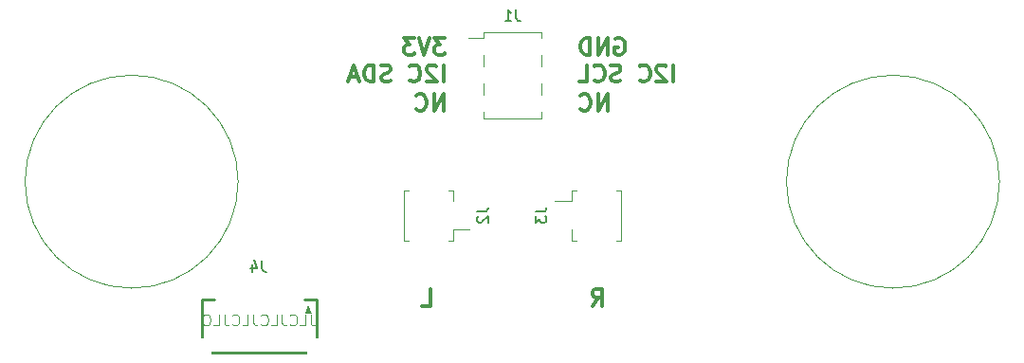
<source format=gbr>
%TF.GenerationSoftware,KiCad,Pcbnew,(5.1.5)-3*%
%TF.CreationDate,2020-06-01T09:44:54+02:00*%
%TF.ProjectId,speaker_grill,73706561-6b65-4725-9f67-72696c6c2e6b,rev?*%
%TF.SameCoordinates,PXbebc200PY5f5e100*%
%TF.FileFunction,Legend,Bot*%
%TF.FilePolarity,Positive*%
%FSLAX46Y46*%
G04 Gerber Fmt 4.6, Leading zero omitted, Abs format (unit mm)*
G04 Created by KiCad (PCBNEW (5.1.5)-3) date 2020-06-01 09:44:54*
%MOMM*%
%LPD*%
G04 APERTURE LIST*
%ADD10C,0.100000*%
%ADD11C,0.300000*%
%ADD12C,0.120000*%
%ADD13C,0.254000*%
%ADD14C,0.150000*%
%ADD15C,0.400000*%
%ADD16C,2.000000*%
%ADD17R,1.500000X1.900000*%
%ADD18R,0.700000X2.600000*%
%ADD19R,3.100000X1.100000*%
G04 APERTURE END LIST*
D10*
X-68005953Y12147620D02*
X-68005953Y11433334D01*
X-67958334Y11290477D01*
X-67863096Y11195239D01*
X-67720239Y11147620D01*
X-67625000Y11147620D01*
X-68958334Y11147620D02*
X-68482143Y11147620D01*
X-68482143Y12147620D01*
X-69863096Y11242858D02*
X-69815477Y11195239D01*
X-69672620Y11147620D01*
X-69577381Y11147620D01*
X-69434524Y11195239D01*
X-69339286Y11290477D01*
X-69291667Y11385715D01*
X-69244048Y11576191D01*
X-69244048Y11719048D01*
X-69291667Y11909524D01*
X-69339286Y12004762D01*
X-69434524Y12100000D01*
X-69577381Y12147620D01*
X-69672620Y12147620D01*
X-69815477Y12100000D01*
X-69863096Y12052381D01*
X-70577381Y12147620D02*
X-70577381Y11433334D01*
X-70529762Y11290477D01*
X-70434524Y11195239D01*
X-70291667Y11147620D01*
X-70196429Y11147620D01*
X-71529762Y11147620D02*
X-71053572Y11147620D01*
X-71053572Y12147620D01*
X-72434524Y11242858D02*
X-72386905Y11195239D01*
X-72244048Y11147620D01*
X-72148810Y11147620D01*
X-72005953Y11195239D01*
X-71910715Y11290477D01*
X-71863096Y11385715D01*
X-71815477Y11576191D01*
X-71815477Y11719048D01*
X-71863096Y11909524D01*
X-71910715Y12004762D01*
X-72005953Y12100000D01*
X-72148810Y12147620D01*
X-72244048Y12147620D01*
X-72386905Y12100000D01*
X-72434524Y12052381D01*
X-73148810Y12147620D02*
X-73148810Y11433334D01*
X-73101191Y11290477D01*
X-73005953Y11195239D01*
X-72863096Y11147620D01*
X-72767858Y11147620D01*
X-74101191Y11147620D02*
X-73625000Y11147620D01*
X-73625000Y12147620D01*
X-75005953Y11242858D02*
X-74958334Y11195239D01*
X-74815477Y11147620D01*
X-74720239Y11147620D01*
X-74577381Y11195239D01*
X-74482143Y11290477D01*
X-74434524Y11385715D01*
X-74386905Y11576191D01*
X-74386905Y11719048D01*
X-74434524Y11909524D01*
X-74482143Y12004762D01*
X-74577381Y12100000D01*
X-74720239Y12147620D01*
X-74815477Y12147620D01*
X-74958334Y12100000D01*
X-75005953Y12052381D01*
X-75720239Y12147620D02*
X-75720239Y11433334D01*
X-75672620Y11290477D01*
X-75577381Y11195239D01*
X-75434524Y11147620D01*
X-75339286Y11147620D01*
X-76672620Y11147620D02*
X-76196429Y11147620D01*
X-76196429Y12147620D01*
X-77577381Y11242858D02*
X-77529762Y11195239D01*
X-77386905Y11147620D01*
X-77291667Y11147620D01*
X-77148810Y11195239D01*
X-77053572Y11290477D01*
X-77005953Y11385715D01*
X-76958334Y11576191D01*
X-76958334Y11719048D01*
X-77005953Y11909524D01*
X-77053572Y12004762D01*
X-77148810Y12100000D01*
X-77291667Y12147620D01*
X-77386905Y12147620D01*
X-77529762Y12100000D01*
X-77577381Y12052381D01*
D11*
X-58064286Y12921429D02*
X-57350000Y12921429D01*
X-57350000Y14421429D01*
X-42864286Y12921429D02*
X-42364286Y13635715D01*
X-42007143Y12921429D02*
X-42007143Y14421429D01*
X-42578572Y14421429D01*
X-42721429Y14350000D01*
X-42792858Y14278572D01*
X-42864286Y14135715D01*
X-42864286Y13921429D01*
X-42792858Y13778572D01*
X-42721429Y13707143D01*
X-42578572Y13635715D01*
X-42007143Y13635715D01*
X-56152143Y30321429D02*
X-56152143Y31821429D01*
X-57009286Y30321429D01*
X-57009286Y31821429D01*
X-58580715Y30464286D02*
X-58509286Y30392858D01*
X-58295000Y30321429D01*
X-58152143Y30321429D01*
X-57937858Y30392858D01*
X-57795000Y30535715D01*
X-57723572Y30678572D01*
X-57652143Y30964286D01*
X-57652143Y31178572D01*
X-57723572Y31464286D01*
X-57795000Y31607143D01*
X-57937858Y31750000D01*
X-58152143Y31821429D01*
X-58295000Y31821429D01*
X-58509286Y31750000D01*
X-58580715Y31678572D01*
X-56152143Y32921429D02*
X-56152143Y34421429D01*
X-56795000Y34278572D02*
X-56866429Y34350000D01*
X-57009286Y34421429D01*
X-57366429Y34421429D01*
X-57509286Y34350000D01*
X-57580715Y34278572D01*
X-57652143Y34135715D01*
X-57652143Y33992858D01*
X-57580715Y33778572D01*
X-56723572Y32921429D01*
X-57652143Y32921429D01*
X-59152143Y33064286D02*
X-59080715Y32992858D01*
X-58866429Y32921429D01*
X-58723572Y32921429D01*
X-58509286Y32992858D01*
X-58366429Y33135715D01*
X-58295000Y33278572D01*
X-58223572Y33564286D01*
X-58223572Y33778572D01*
X-58295000Y34064286D01*
X-58366429Y34207143D01*
X-58509286Y34350000D01*
X-58723572Y34421429D01*
X-58866429Y34421429D01*
X-59080715Y34350000D01*
X-59152143Y34278572D01*
X-60866429Y32992858D02*
X-61080715Y32921429D01*
X-61437858Y32921429D01*
X-61580715Y32992858D01*
X-61652143Y33064286D01*
X-61723572Y33207143D01*
X-61723572Y33350000D01*
X-61652143Y33492858D01*
X-61580715Y33564286D01*
X-61437858Y33635715D01*
X-61152143Y33707143D01*
X-61009286Y33778572D01*
X-60937858Y33850000D01*
X-60866429Y33992858D01*
X-60866429Y34135715D01*
X-60937858Y34278572D01*
X-61009286Y34350000D01*
X-61152143Y34421429D01*
X-61509286Y34421429D01*
X-61723572Y34350000D01*
X-62366429Y32921429D02*
X-62366429Y34421429D01*
X-62723572Y34421429D01*
X-62937858Y34350000D01*
X-63080715Y34207143D01*
X-63152143Y34064286D01*
X-63223572Y33778572D01*
X-63223572Y33564286D01*
X-63152143Y33278572D01*
X-63080715Y33135715D01*
X-62937858Y32992858D01*
X-62723572Y32921429D01*
X-62366429Y32921429D01*
X-63795000Y33350000D02*
X-64509286Y33350000D01*
X-63652143Y32921429D02*
X-64152143Y34421429D01*
X-64652143Y32921429D01*
X-56009286Y36821429D02*
X-56937858Y36821429D01*
X-56437858Y36250000D01*
X-56652143Y36250000D01*
X-56795000Y36178572D01*
X-56866429Y36107143D01*
X-56937858Y35964286D01*
X-56937858Y35607143D01*
X-56866429Y35464286D01*
X-56795000Y35392858D01*
X-56652143Y35321429D01*
X-56223572Y35321429D01*
X-56080715Y35392858D01*
X-56009286Y35464286D01*
X-57366429Y36821429D02*
X-57866429Y35321429D01*
X-58366429Y36821429D01*
X-58723572Y36821429D02*
X-59652143Y36821429D01*
X-59152143Y36250000D01*
X-59366429Y36250000D01*
X-59509286Y36178572D01*
X-59580715Y36107143D01*
X-59652143Y35964286D01*
X-59652143Y35607143D01*
X-59580715Y35464286D01*
X-59509286Y35392858D01*
X-59366429Y35321429D01*
X-58937858Y35321429D01*
X-58795000Y35392858D01*
X-58723572Y35464286D01*
X-41490715Y30321429D02*
X-41490715Y31821429D01*
X-42347858Y30321429D01*
X-42347858Y31821429D01*
X-43919286Y30464286D02*
X-43847858Y30392858D01*
X-43633572Y30321429D01*
X-43490715Y30321429D01*
X-43276429Y30392858D01*
X-43133572Y30535715D01*
X-43062143Y30678572D01*
X-42990715Y30964286D01*
X-42990715Y31178572D01*
X-43062143Y31464286D01*
X-43133572Y31607143D01*
X-43276429Y31750000D01*
X-43490715Y31821429D01*
X-43633572Y31821429D01*
X-43847858Y31750000D01*
X-43919286Y31678572D01*
X-35633572Y32921429D02*
X-35633572Y34421429D01*
X-36276429Y34278572D02*
X-36347858Y34350000D01*
X-36490715Y34421429D01*
X-36847858Y34421429D01*
X-36990715Y34350000D01*
X-37062143Y34278572D01*
X-37133572Y34135715D01*
X-37133572Y33992858D01*
X-37062143Y33778572D01*
X-36205000Y32921429D01*
X-37133572Y32921429D01*
X-38633572Y33064286D02*
X-38562143Y32992858D01*
X-38347858Y32921429D01*
X-38205000Y32921429D01*
X-37990715Y32992858D01*
X-37847858Y33135715D01*
X-37776429Y33278572D01*
X-37705000Y33564286D01*
X-37705000Y33778572D01*
X-37776429Y34064286D01*
X-37847858Y34207143D01*
X-37990715Y34350000D01*
X-38205000Y34421429D01*
X-38347858Y34421429D01*
X-38562143Y34350000D01*
X-38633572Y34278572D01*
X-40347858Y32992858D02*
X-40562143Y32921429D01*
X-40919286Y32921429D01*
X-41062143Y32992858D01*
X-41133572Y33064286D01*
X-41205000Y33207143D01*
X-41205000Y33350000D01*
X-41133572Y33492858D01*
X-41062143Y33564286D01*
X-40919286Y33635715D01*
X-40633572Y33707143D01*
X-40490715Y33778572D01*
X-40419286Y33850000D01*
X-40347858Y33992858D01*
X-40347858Y34135715D01*
X-40419286Y34278572D01*
X-40490715Y34350000D01*
X-40633572Y34421429D01*
X-40990715Y34421429D01*
X-41205000Y34350000D01*
X-42705000Y33064286D02*
X-42633572Y32992858D01*
X-42419286Y32921429D01*
X-42276429Y32921429D01*
X-42062143Y32992858D01*
X-41919286Y33135715D01*
X-41847858Y33278572D01*
X-41776429Y33564286D01*
X-41776429Y33778572D01*
X-41847858Y34064286D01*
X-41919286Y34207143D01*
X-42062143Y34350000D01*
X-42276429Y34421429D01*
X-42419286Y34421429D01*
X-42633572Y34350000D01*
X-42705000Y34278572D01*
X-44062143Y32921429D02*
X-43347858Y32921429D01*
X-43347858Y34421429D01*
X-40776429Y36750000D02*
X-40633572Y36821429D01*
X-40419286Y36821429D01*
X-40205000Y36750000D01*
X-40062143Y36607143D01*
X-39990715Y36464286D01*
X-39919286Y36178572D01*
X-39919286Y35964286D01*
X-39990715Y35678572D01*
X-40062143Y35535715D01*
X-40205000Y35392858D01*
X-40419286Y35321429D01*
X-40562143Y35321429D01*
X-40776429Y35392858D01*
X-40847858Y35464286D01*
X-40847858Y35964286D01*
X-40562143Y35964286D01*
X-41490715Y35321429D02*
X-41490715Y36821429D01*
X-42347858Y35321429D01*
X-42347858Y36821429D01*
X-43062143Y35321429D02*
X-43062143Y36821429D01*
X-43419286Y36821429D01*
X-43633572Y36750000D01*
X-43776429Y36607143D01*
X-43847858Y36464286D01*
X-43919286Y36178572D01*
X-43919286Y35964286D01*
X-43847858Y35678572D01*
X-43776429Y35535715D01*
X-43633572Y35392858D01*
X-43419286Y35321429D01*
X-43062143Y35321429D01*
D12*
X-6499999Y24000000D02*
G75*
G03X-6499999Y24000000I-9513149J0D01*
G01*
X-74486851Y24000000D02*
G75*
G03X-74486851Y24000000I-9513149J0D01*
G01*
D13*
%TO.C,J4*%
X-67500000Y8700000D02*
X-67500000Y13500000D01*
X-77700000Y8700000D02*
X-77700000Y13500000D01*
X-67500000Y8700000D02*
X-77700000Y8700000D01*
X-67500000Y13500000D02*
X-68569000Y13500000D01*
X-76631000Y13500000D02*
X-77700000Y13500000D01*
D10*
G36*
X-67900000Y12200000D02*
G01*
X-68400000Y12200000D01*
X-68500000Y12200000D01*
X-68200000Y13000000D01*
X-67900000Y12200000D01*
G37*
D12*
%TO.C,J3*%
X-40290000Y18765000D02*
X-40740000Y18765000D01*
X-40290000Y23235000D02*
X-40290000Y18765000D01*
X-40740000Y23235000D02*
X-40290000Y23235000D01*
X-44710000Y18765000D02*
X-44710000Y19715000D01*
X-44260000Y18765000D02*
X-44710000Y18765000D01*
X-44710000Y22285000D02*
X-46200000Y22285000D01*
X-44710000Y23235000D02*
X-44710000Y22285000D01*
X-44260000Y23235000D02*
X-44710000Y23235000D01*
%TO.C,J2*%
X-59710000Y23235000D02*
X-59260000Y23235000D01*
X-59710000Y18765000D02*
X-59710000Y23235000D01*
X-59260000Y18765000D02*
X-59710000Y18765000D01*
X-55290000Y23235000D02*
X-55290000Y22285000D01*
X-55740000Y23235000D02*
X-55290000Y23235000D01*
X-55290000Y19715000D02*
X-53800000Y19715000D01*
X-55290000Y18765000D02*
X-55290000Y19715000D01*
X-55740000Y18765000D02*
X-55290000Y18765000D01*
%TO.C,J1*%
X-52600000Y36800000D02*
X-53960000Y36800000D01*
X-47400000Y30200000D02*
X-47400000Y29630000D01*
X-47400000Y32740000D02*
X-47400000Y31720000D01*
X-47400000Y35280000D02*
X-47400000Y34260000D01*
X-47400000Y37370000D02*
X-47400000Y36800000D01*
X-47400000Y29630000D02*
X-52600000Y29630000D01*
X-52600000Y30200000D02*
X-52600000Y29630000D01*
X-52600000Y32740000D02*
X-52600000Y31720000D01*
X-52600000Y35280000D02*
X-52600000Y34260000D01*
X-52600000Y37370000D02*
X-52600000Y36800000D01*
X-47400000Y37370000D02*
X-52600000Y37370000D01*
%TO.C,J4*%
D14*
X-72366667Y16947620D02*
X-72366667Y16233334D01*
X-72319048Y16090477D01*
X-72223810Y15995239D01*
X-72080953Y15947620D01*
X-71985715Y15947620D01*
X-73271429Y16614286D02*
X-73271429Y15947620D01*
X-73033334Y16995239D02*
X-72795239Y16280953D01*
X-73414286Y16280953D01*
%TO.C,J3*%
X-47947620Y21333334D02*
X-47233334Y21333334D01*
X-47090477Y21380953D01*
X-46995239Y21476191D01*
X-46947620Y21619048D01*
X-46947620Y21714286D01*
X-47947620Y20952381D02*
X-47947620Y20333334D01*
X-47566667Y20666667D01*
X-47566667Y20523810D01*
X-47519048Y20428572D01*
X-47471429Y20380953D01*
X-47376191Y20333334D01*
X-47138096Y20333334D01*
X-47042858Y20380953D01*
X-46995239Y20428572D01*
X-46947620Y20523810D01*
X-46947620Y20809524D01*
X-46995239Y20904762D01*
X-47042858Y20952381D01*
%TO.C,J2*%
X-53147620Y21333334D02*
X-52433334Y21333334D01*
X-52290477Y21380953D01*
X-52195239Y21476191D01*
X-52147620Y21619048D01*
X-52147620Y21714286D01*
X-53052381Y20904762D02*
X-53100000Y20857143D01*
X-53147620Y20761905D01*
X-53147620Y20523810D01*
X-53100000Y20428572D01*
X-53052381Y20380953D01*
X-52957143Y20333334D01*
X-52861905Y20333334D01*
X-52719048Y20380953D01*
X-52147620Y20952381D01*
X-52147620Y20333334D01*
%TO.C,J1*%
X-49666667Y39357620D02*
X-49666667Y38643334D01*
X-49619048Y38500477D01*
X-49523810Y38405239D01*
X-49380953Y38357620D01*
X-49285715Y38357620D01*
X-50666667Y38357620D02*
X-50095239Y38357620D01*
X-50380953Y38357620D02*
X-50380953Y39357620D01*
X-50285715Y39214762D01*
X-50190477Y39119524D01*
X-50095239Y39071905D01*
%TD*%
%LPC*%
D11*
X-35483141Y9061119D02*
X-36196447Y9023736D01*
X-36136332Y9241467D02*
X-37319350Y7248249D01*
X-37184165Y7398387D02*
X-38325456Y7338575D01*
X-39087664Y6869469D02*
X-39020072Y6944538D01*
X-38888625Y7166007D01*
X-38824771Y7312407D01*
X-38764655Y7530137D01*
X-38712016Y7890529D01*
X-38726969Y8175851D01*
X-38816991Y8528767D01*
X-38899537Y8739020D01*
X-38978344Y8877943D01*
X-39132220Y9084459D01*
X-39207289Y9152051D01*
X-40052042Y8893200D02*
X-40194704Y8885723D01*
X-40333627Y8806916D01*
X-40401219Y8731847D01*
X-40465073Y8585447D01*
X-40521451Y8296386D01*
X-40502760Y7939733D01*
X-40416476Y7658149D01*
X-40337669Y7519225D01*
X-40262600Y7451633D01*
X-40116200Y7387779D01*
X-39973539Y7395256D01*
X-39834615Y7474063D01*
X-39767023Y7549132D01*
X-39703169Y7695531D01*
X-39646791Y7984592D01*
X-39665483Y8341246D01*
X-39751767Y8622830D01*
X-39830574Y8761753D01*
X-39905643Y8829346D01*
X-40052042Y8893200D01*
X-41122306Y7478104D02*
X-41189898Y7403035D01*
X-41114829Y7335443D01*
X-41047237Y7410512D01*
X-41122306Y7478104D01*
X-41114829Y7335443D01*
X-42042128Y7286845D02*
X-41903205Y7365653D01*
X-41835613Y7440722D01*
X-41771759Y7587121D01*
X-41794188Y8015105D01*
X-41872996Y8154028D01*
X-41948065Y8221621D01*
X-42094464Y8285475D01*
X-42308456Y8274260D01*
X-42447379Y8195453D01*
X-42514972Y8120384D01*
X-42578826Y7973984D01*
X-42556396Y7546000D01*
X-42477589Y7407077D01*
X-42402520Y7339485D01*
X-42256120Y7275630D01*
X-42042128Y7286845D01*
X-43010852Y6663864D02*
X-43085921Y6731456D01*
X-43239797Y6937972D01*
X-43318604Y7076895D01*
X-43401150Y7287149D01*
X-43491172Y7640064D01*
X-43506125Y7925387D01*
X-43453485Y8285778D01*
X-43393370Y8503509D01*
X-43329516Y8649908D01*
X-43198069Y8871377D01*
X-43130477Y8946446D01*
X-43817919Y7050727D02*
X-44959210Y6990914D01*
X-46475542Y8628085D02*
X-45090656Y6769446D01*
X-46682058Y8474209D02*
X-47395364Y8436826D01*
X-2121394Y36531697D02*
X-2199898Y38029642D01*
X-2643139Y36933513D01*
X-3198528Y37977306D01*
X-3120024Y36479361D01*
X-4047323Y36430764D02*
X-3908400Y36509571D01*
X-3840807Y36584640D01*
X-3776953Y36731039D01*
X-3799383Y37159024D01*
X-3878190Y37297947D01*
X-3953259Y37365539D01*
X-4099659Y37429393D01*
X-4313651Y37418178D01*
X-4452574Y37339371D01*
X-4520166Y37264302D01*
X-4584020Y37117902D01*
X-4561591Y36689918D01*
X-4482783Y36550995D01*
X-4407714Y36483403D01*
X-4261315Y36419549D01*
X-4047323Y36430764D01*
X-5188614Y36370951D02*
X-5240950Y37369581D01*
X-5225996Y37084258D02*
X-5304804Y37223181D01*
X-5379873Y37290773D01*
X-5526272Y37354627D01*
X-5668934Y37347151D01*
X-6690296Y36363778D02*
X-6543897Y36299924D01*
X-6258574Y36314877D01*
X-6119651Y36393684D01*
X-6055797Y36540084D01*
X-6085703Y37110729D01*
X-6164510Y37249652D01*
X-6310910Y37313506D01*
X-6596233Y37298553D01*
X-6735156Y37219746D01*
X-6799010Y37073346D01*
X-6791533Y36930685D01*
X-6070750Y36825406D01*
X-8593492Y37193881D02*
X-8541156Y36195252D01*
X-8586015Y37051220D02*
X-8661084Y37118812D01*
X-8807484Y37182666D01*
X-9021476Y37171452D01*
X-9160399Y37092644D01*
X-9224253Y36946245D01*
X-9183132Y36161607D01*
X-10110431Y36113010D02*
X-9971508Y36191817D01*
X-9903915Y36266886D01*
X-9840061Y36413285D01*
X-9862491Y36841270D01*
X-9941298Y36980193D01*
X-10016367Y37047785D01*
X-10162767Y37111639D01*
X-10376759Y37100424D01*
X-10515682Y37021617D01*
X-10583274Y36946548D01*
X-10647128Y36800148D01*
X-10624699Y36372164D01*
X-10545891Y36233241D01*
X-10470822Y36165649D01*
X-10324423Y36101795D01*
X-10110431Y36113010D01*
X-11251722Y36053197D02*
X-11304057Y37051827D01*
X-11330225Y37551141D02*
X-11255157Y37483549D01*
X-11322749Y37408480D01*
X-11397818Y37476072D01*
X-11330225Y37551141D01*
X-11322749Y37408480D01*
X-11897436Y36090883D02*
X-12036359Y36012076D01*
X-12321682Y35997123D01*
X-12468081Y36060977D01*
X-12546889Y36199900D01*
X-12550627Y36271231D01*
X-12486773Y36417630D01*
X-12347850Y36496438D01*
X-12133858Y36507652D01*
X-11994935Y36586460D01*
X-11931080Y36732859D01*
X-11934819Y36804190D01*
X-12013626Y36943113D01*
X-12160026Y37006967D01*
X-12374018Y36995752D01*
X-12512941Y36916945D01*
X-13752034Y35993688D02*
X-13605634Y35929834D01*
X-13320311Y35944787D01*
X-13181388Y36023594D01*
X-13117534Y36169994D01*
X-13147440Y36740639D01*
X-13226248Y36879562D01*
X-13372647Y36943416D01*
X-13657970Y36928463D01*
X-13796893Y36849656D01*
X-13860747Y36703256D01*
X-13853271Y36560595D01*
X-13132487Y36455316D01*
X-15644014Y36609799D02*
X-16785305Y36549987D01*
X-16762875Y36122003D02*
X-15621584Y36181815D01*
X-17498612Y36512604D02*
X-18639903Y36452791D01*
X-18617473Y36024807D02*
X-17476182Y36084620D01*
X-20453379Y35570959D02*
X-20505715Y36569588D01*
X-20498239Y36426927D02*
X-20573308Y36494519D01*
X-20719707Y36558373D01*
X-20933699Y36547158D01*
X-21072623Y36468351D01*
X-21136477Y36321952D01*
X-21095356Y35537314D01*
X-21136477Y36321952D02*
X-21215284Y36460875D01*
X-21361684Y36524729D01*
X-21575676Y36513514D01*
X-21714599Y36434707D01*
X-21778453Y36288307D01*
X-21737332Y35503669D01*
X-22664631Y35455072D02*
X-22525707Y35533879D01*
X-22458115Y35608948D01*
X-22394261Y35755348D01*
X-22416691Y36183332D01*
X-22495498Y36322255D01*
X-22570567Y36389847D01*
X-22716966Y36453701D01*
X-22930959Y36442487D01*
X-23069882Y36363679D01*
X-23137474Y36288610D01*
X-23201328Y36142211D01*
X-23178898Y35714227D01*
X-23100091Y35575303D01*
X-23025022Y35507711D01*
X-22878623Y35443857D01*
X-22664631Y35455072D01*
X-23805921Y35395259D02*
X-23858257Y36393889D01*
X-23843304Y36108566D02*
X-23922111Y36247489D01*
X-23997180Y36315082D01*
X-24143580Y36378936D01*
X-24286241Y36371459D01*
X-25307604Y35388086D02*
X-25161204Y35324232D01*
X-24875882Y35339185D01*
X-24736959Y35417992D01*
X-24673104Y35564392D01*
X-24703011Y36135037D01*
X-24781818Y36273960D01*
X-24928218Y36337815D01*
X-25213540Y36322861D01*
X-25352463Y36244054D01*
X-25416317Y36097655D01*
X-25408841Y35954993D01*
X-24688058Y35849715D01*
X-27158463Y35219560D02*
X-27236967Y36717504D01*
X-27207061Y36146859D02*
X-27353461Y36210713D01*
X-27638783Y36195760D01*
X-27777707Y36116953D01*
X-27845299Y36041884D01*
X-27909153Y35895484D01*
X-27886723Y35467500D01*
X-27807916Y35328577D01*
X-27732847Y35260984D01*
X-27586448Y35197130D01*
X-27301125Y35212083D01*
X-27162202Y35290891D01*
X-29088130Y35189957D02*
X-28941730Y35126103D01*
X-28656408Y35141056D01*
X-28517485Y35219863D01*
X-28453631Y35366263D01*
X-28483537Y35936908D01*
X-28562344Y36075832D01*
X-28708744Y36139686D01*
X-28994066Y36124732D01*
X-29132989Y36045925D01*
X-29196844Y35899526D01*
X-29189367Y35756864D01*
X-28468584Y35651586D01*
X-29636043Y36091088D02*
X-30206688Y36061182D01*
X-29876203Y36579188D02*
X-29808913Y35295236D01*
X-29872768Y35148836D01*
X-30011691Y35070029D01*
X-30154352Y35062552D01*
X-30492011Y36046229D02*
X-31062656Y36016322D01*
X-30732171Y36534328D02*
X-30664882Y35250376D01*
X-30728736Y35103977D01*
X-30867659Y35025169D01*
X-31010320Y35017693D01*
X-32084019Y35032949D02*
X-31937619Y34969095D01*
X-31652296Y34984048D01*
X-31513373Y35062855D01*
X-31449519Y35209255D01*
X-31479425Y35779901D01*
X-31558233Y35918824D01*
X-31704632Y35982678D01*
X-31989955Y35967725D01*
X-32128878Y35888917D01*
X-32192732Y35742518D01*
X-32185256Y35599856D01*
X-31464472Y35494578D01*
X-32793587Y34924236D02*
X-32845923Y35922865D01*
X-32830970Y35637543D02*
X-32909777Y35776466D01*
X-32984846Y35844058D01*
X-33131246Y35907912D01*
X-33273907Y35900436D01*
X-53994143Y3966764D02*
X-53889508Y5463110D01*
X-54849197Y4026555D01*
X-54744563Y5522901D01*
X-55775507Y4091329D02*
X-55628015Y4152618D01*
X-55551778Y4218890D01*
X-55470558Y4356417D01*
X-55440663Y4783944D01*
X-55501952Y4931436D01*
X-55568224Y5007673D01*
X-55705750Y5088893D01*
X-55919514Y5103841D01*
X-56067006Y5042551D01*
X-56143243Y4976280D01*
X-56224463Y4838753D01*
X-56254358Y4411226D01*
X-56193069Y4263734D01*
X-56126797Y4187497D01*
X-55989271Y4106277D01*
X-55775507Y4091329D01*
X-57979416Y4317044D02*
X-58198162Y4260738D01*
X-58554435Y4285651D01*
X-58691962Y4366870D01*
X-58758234Y4443108D01*
X-58819523Y4590599D01*
X-58809558Y4733108D01*
X-58728338Y4870635D01*
X-58652101Y4936907D01*
X-58504609Y4998196D01*
X-58214608Y5049520D01*
X-58067117Y5110810D01*
X-57990879Y5177082D01*
X-57909660Y5314608D01*
X-57899694Y5457118D01*
X-57960984Y5604609D01*
X-58027256Y5680846D01*
X-58164782Y5762066D01*
X-58521055Y5786979D01*
X-58739802Y5730672D01*
X-59162346Y5831823D02*
X-60017401Y5891614D01*
X-59694509Y4365372D02*
X-59589874Y5861718D01*
X-60620818Y4430146D02*
X-60516183Y5926492D01*
X-61089704Y4892552D01*
X-61513747Y5996249D01*
X-61618382Y4499903D01*
X-62083784Y6036110D02*
X-63010093Y6100883D01*
X-62551172Y5495969D01*
X-62764936Y5510916D01*
X-62912428Y5449627D01*
X-62988665Y5383355D01*
X-63069885Y5245828D01*
X-63094798Y4889556D01*
X-63033508Y4742064D01*
X-62967236Y4665827D01*
X-62829710Y4584607D01*
X-62402182Y4554711D01*
X-62254691Y4616001D01*
X-62178453Y4682273D01*
X-63590095Y5998235D02*
X-63656367Y6074472D01*
X-63793894Y6155692D01*
X-64150167Y6180605D01*
X-64297658Y6119316D01*
X-64373896Y6053044D01*
X-64455115Y5915517D01*
X-64465081Y5773008D01*
X-64408774Y5554262D01*
X-63613510Y4639416D01*
X-64539820Y4704189D01*
X-65104874Y4815305D02*
X-65252365Y4754015D01*
X-65537384Y4773946D01*
X-65674910Y4855166D01*
X-65736200Y5002657D01*
X-65731217Y5073912D01*
X-65649997Y5211439D01*
X-65502505Y5272728D01*
X-65288742Y5257780D01*
X-65141250Y5319069D01*
X-65060030Y5456596D01*
X-65055048Y5527851D01*
X-65116337Y5675342D01*
X-65253863Y5756562D01*
X-65467627Y5771510D01*
X-65615119Y5710221D01*
X-67320246Y5901058D02*
X-67675021Y4923424D01*
X-67910213Y5655900D01*
X-68245058Y4963285D01*
X-68460319Y5980779D01*
X-69665166Y5134192D02*
X-69527640Y5052972D01*
X-69242622Y5033041D01*
X-69095130Y5094331D01*
X-69013910Y5231857D01*
X-68974049Y5801894D01*
X-69035339Y5949386D01*
X-69172865Y6030605D01*
X-69457883Y6050536D01*
X-69605375Y5989246D01*
X-69686595Y5851720D01*
X-69696560Y5709211D01*
X-68993980Y5516876D01*
X-70382695Y5112763D02*
X-70312938Y6110327D01*
X-70332869Y5825309D02*
X-70394158Y5972801D01*
X-70460430Y6049038D01*
X-70597957Y6130258D01*
X-70740466Y6140223D01*
X-71874058Y5288652D02*
X-71736532Y5207433D01*
X-71451513Y5187502D01*
X-71304022Y5248791D01*
X-71222802Y5386318D01*
X-71182941Y5956355D01*
X-71244230Y6103846D01*
X-71381757Y6185066D01*
X-71666775Y6204997D01*
X-71814267Y6143707D01*
X-71895487Y6006181D01*
X-71905452Y5863672D01*
X-71202871Y5671336D01*
X-73731660Y5346945D02*
X-73627025Y6843292D01*
X-74372951Y5391789D02*
X-74318142Y6175589D01*
X-74236923Y6313116D01*
X-74089431Y6374405D01*
X-73875667Y6359457D01*
X-73738140Y6278238D01*
X-73671869Y6202000D01*
X-75726788Y5486458D02*
X-75671979Y6270259D01*
X-75590759Y6407785D01*
X-75443268Y6469075D01*
X-75158249Y6449144D01*
X-75020723Y6367924D01*
X-75721805Y5557713D02*
X-75584279Y5476493D01*
X-75228006Y5451580D01*
X-75080514Y5512870D01*
X-74999294Y5650396D01*
X-74989329Y5792905D01*
X-75050618Y5940397D01*
X-75188145Y6021617D01*
X-75544418Y6046530D01*
X-75681944Y6127750D01*
X-76439334Y5536284D02*
X-76369577Y6533849D01*
X-76389508Y6248830D02*
X-76450797Y6396322D01*
X-76517069Y6472559D01*
X-76654595Y6553779D01*
X-76797105Y6563744D01*
X-77365643Y5601058D02*
X-77295887Y6598622D01*
X-77305852Y6456113D02*
X-77372124Y6532350D01*
X-77509650Y6613570D01*
X-77723414Y6628518D01*
X-77870906Y6567229D01*
X-77952126Y6429702D01*
X-78006934Y5645902D01*
X-77952126Y6429702D02*
X-78013415Y6577194D01*
X-78150942Y6658414D01*
X-78364705Y6673361D01*
X-78512197Y6612072D01*
X-78593417Y6474546D01*
X-78648225Y5690745D01*
X-79925825Y5851687D02*
X-79788299Y5770467D01*
X-79503280Y5750537D01*
X-79355789Y5811826D01*
X-79274569Y5949352D01*
X-79234708Y6519389D01*
X-79295997Y6666881D01*
X-79433524Y6748101D01*
X-79718542Y6768031D01*
X-79866034Y6706742D01*
X-79947254Y6569215D01*
X-79957219Y6426706D01*
X-79254638Y6234371D01*
X-81284645Y5875102D02*
X-81180010Y7371448D01*
X-81279662Y5946356D02*
X-81142136Y5865136D01*
X-80857117Y5845206D01*
X-80709626Y5906495D01*
X-80633388Y5972767D01*
X-80552169Y6110294D01*
X-80522273Y6537821D01*
X-80583562Y6685313D01*
X-80649834Y6761550D01*
X-80787361Y6842770D01*
X-81072379Y6862700D01*
X-81219871Y6801411D01*
X-83137264Y6004649D02*
X-83067507Y7002213D01*
X-83032629Y7500995D02*
X-82966357Y7424758D01*
X-83042594Y7358486D01*
X-83108866Y7434723D01*
X-83032629Y7500995D01*
X-83042594Y7358486D01*
X-83780053Y7052039D02*
X-83849809Y6054475D01*
X-83790018Y6909530D02*
X-83856290Y6985768D01*
X-83993817Y7066987D01*
X-84207580Y7081935D01*
X-84355072Y7020646D01*
X-84436292Y6883119D01*
X-84491101Y6099319D01*
X-86060199Y7211483D02*
X-86630236Y7251344D01*
X-86239085Y7725213D02*
X-86328772Y6442630D01*
X-86409992Y6305104D01*
X-86557483Y6243814D01*
X-86699992Y6253780D01*
X-87198774Y6288658D02*
X-87094140Y7785004D01*
X-87840066Y6333501D02*
X-87785257Y7117302D01*
X-87704037Y7254828D01*
X-87556545Y7316118D01*
X-87342782Y7301170D01*
X-87205255Y7219950D01*
X-87138983Y7143713D01*
X-89117665Y6494443D02*
X-88980139Y6413223D01*
X-88695121Y6393293D01*
X-88547629Y6454582D01*
X-88466409Y6592109D01*
X-88426548Y7162145D01*
X-88487838Y7309637D01*
X-88625364Y7390857D01*
X-88910382Y7410787D01*
X-89057874Y7349498D01*
X-89139094Y7211971D01*
X-89149059Y7069462D01*
X-88446479Y6877127D01*
X-57843130Y2682127D02*
X-57947765Y1185781D01*
X-57848113Y2610872D02*
X-57985639Y2692092D01*
X-58270658Y2712022D01*
X-58418149Y2650733D01*
X-58494387Y2584461D01*
X-58575606Y2446934D01*
X-58605502Y2019407D01*
X-58544213Y1871915D01*
X-58477941Y1795678D01*
X-58340414Y1714458D01*
X-58055396Y1694528D01*
X-57907904Y1755817D01*
X-59266724Y1779232D02*
X-59196967Y2776796D01*
X-59216898Y2491778D02*
X-59278187Y2639270D01*
X-59344459Y2715507D01*
X-59481985Y2796727D01*
X-59624495Y2806692D01*
X-60406797Y1858954D02*
X-60259305Y1920243D01*
X-60183068Y1986515D01*
X-60101848Y2124042D01*
X-60071952Y2551569D01*
X-60133242Y2699061D01*
X-60199514Y2775298D01*
X-60337040Y2856518D01*
X-60550804Y2871466D01*
X-60698296Y2810176D01*
X-60774533Y2743904D01*
X-60855753Y2606378D01*
X-60885648Y2178850D01*
X-60824359Y2031359D01*
X-60758087Y1955121D01*
X-60620561Y1873902D01*
X-60406797Y1858954D01*
X-62188161Y1983519D02*
X-62083526Y3479865D01*
X-62183179Y2054774D02*
X-62045652Y1973554D01*
X-61760634Y1953623D01*
X-61613142Y2014913D01*
X-61536905Y2081185D01*
X-61455685Y2218711D01*
X-61425789Y2646239D01*
X-61487079Y2793730D01*
X-61553351Y2869968D01*
X-61690877Y2951187D01*
X-61975896Y2971118D01*
X-62123387Y2909828D01*
X-63472242Y3075752D02*
X-63541998Y2078188D01*
X-62830950Y3030909D02*
X-62885759Y2247109D01*
X-62966979Y2109582D01*
X-63114471Y2048293D01*
X-63328234Y2063241D01*
X-63465761Y2144460D01*
X-63532033Y2220698D01*
X-64890852Y2244113D02*
X-64753326Y2162893D01*
X-64468308Y2142962D01*
X-64320816Y2204252D01*
X-64244579Y2270524D01*
X-64163359Y2408050D01*
X-64133463Y2835578D01*
X-64194753Y2983069D01*
X-64261025Y3059307D01*
X-64398551Y3140526D01*
X-64683569Y3160457D01*
X-64831061Y3099167D01*
X-65253606Y3200318D02*
X-65823643Y3240178D01*
X-65432492Y3714047D02*
X-65522178Y2431465D01*
X-65603398Y2293939D01*
X-65750890Y2232649D01*
X-65893399Y2242614D01*
X-66392181Y2277493D02*
X-66322425Y3275057D01*
X-66287546Y3773839D02*
X-66221274Y3697602D01*
X-66297512Y3631330D01*
X-66363784Y3707567D01*
X-66287546Y3773839D01*
X-66297512Y3631330D01*
X-67318491Y2342267D02*
X-67170999Y2403556D01*
X-67094762Y2469828D01*
X-67013542Y2607354D01*
X-66983646Y3034882D01*
X-67044936Y3182374D01*
X-67111208Y3258611D01*
X-67248734Y3339831D01*
X-67462498Y3354778D01*
X-67609990Y3293489D01*
X-67686227Y3227217D01*
X-67767447Y3089690D01*
X-67797342Y2662163D01*
X-67736053Y2514671D01*
X-67669781Y2438434D01*
X-67532254Y2357214D01*
X-67318491Y2342267D01*
X-68388807Y3419552D02*
X-68458564Y2421988D01*
X-68398773Y3277043D02*
X-68465045Y3353280D01*
X-68602571Y3434500D01*
X-68816335Y3449448D01*
X-68963827Y3388159D01*
X-69045046Y3250632D01*
X-69099855Y2466832D01*
X-71166238Y2611327D02*
X-71018746Y2672617D01*
X-70942509Y2738889D01*
X-70861289Y2876415D01*
X-70831393Y3303943D01*
X-70892683Y3451434D01*
X-70958955Y3527671D01*
X-71096481Y3608891D01*
X-71310245Y3623839D01*
X-71457737Y3562550D01*
X-71533974Y3496278D01*
X-71615194Y3358751D01*
X-71645089Y2931224D01*
X-71583800Y2783732D01*
X-71517528Y2707495D01*
X-71380001Y2626275D01*
X-71166238Y2611327D01*
X-72022791Y3673665D02*
X-72592827Y3713526D01*
X-72306311Y2691049D02*
X-72216624Y3973631D01*
X-72277913Y4121123D01*
X-72415440Y4202343D01*
X-72557949Y4212308D01*
X-74017919Y3813178D02*
X-74587955Y3853039D01*
X-74196804Y4326908D02*
X-74286491Y3044326D01*
X-74367711Y2906799D01*
X-74515203Y2845510D01*
X-74657712Y2855475D01*
X-75156494Y2890353D02*
X-75051859Y4386699D01*
X-75797785Y2935197D02*
X-75742976Y3718997D01*
X-75661757Y3856523D01*
X-75514265Y3917813D01*
X-75300501Y3902865D01*
X-75162975Y3821645D01*
X-75096703Y3745408D01*
X-76510331Y2985023D02*
X-76440574Y3982587D01*
X-76405696Y4481369D02*
X-76339424Y4405131D01*
X-76415661Y4338860D01*
X-76481933Y4415097D01*
X-76405696Y4481369D01*
X-76415661Y4338860D01*
X-77146639Y3101121D02*
X-77294131Y3039831D01*
X-77579149Y3059762D01*
X-77716676Y3140981D01*
X-77777965Y3288473D01*
X-77772983Y3359728D01*
X-77691763Y3497254D01*
X-77544271Y3558544D01*
X-77330507Y3543596D01*
X-77183016Y3604885D01*
X-77101796Y3742412D01*
X-77096813Y3813666D01*
X-77158103Y3961158D01*
X-77295629Y4042378D01*
X-77509393Y4057326D01*
X-77656885Y3996036D01*
X-79574278Y3199275D02*
X-79469643Y4695621D01*
X-79509504Y4125584D02*
X-79647030Y4206804D01*
X-79932048Y4226734D01*
X-80079540Y4165445D01*
X-80155777Y4099173D01*
X-80236997Y3961646D01*
X-80266893Y3534119D01*
X-80205603Y3386627D01*
X-80139331Y3310390D01*
X-80001805Y3229170D01*
X-79716787Y3209240D01*
X-79569295Y3270529D01*
X-81569406Y3338788D02*
X-81514597Y4122588D01*
X-81433377Y4260114D01*
X-81285885Y4321404D01*
X-81000867Y4301473D01*
X-80863341Y4220254D01*
X-81564423Y3410042D02*
X-81426896Y3328822D01*
X-81070624Y3303909D01*
X-80923132Y3365199D01*
X-80841912Y3502725D01*
X-80831947Y3645234D01*
X-80893236Y3792726D01*
X-81030763Y3873946D01*
X-81387036Y3898859D01*
X-81524562Y3980079D01*
X-82923243Y3433457D02*
X-82818608Y4929803D01*
X-82918260Y3504712D02*
X-82780733Y3423492D01*
X-82495715Y3403561D01*
X-82348223Y3464851D01*
X-82271986Y3531123D01*
X-82190766Y3668649D01*
X-82160871Y4096177D01*
X-82222160Y4243669D01*
X-82288432Y4319906D01*
X-82425959Y4401125D01*
X-82710977Y4421056D01*
X-82858469Y4359767D01*
X-84207323Y4525691D02*
X-84292027Y3314363D01*
X-84230738Y3166871D01*
X-84164466Y3090634D01*
X-84026939Y3009414D01*
X-83813176Y2994466D01*
X-83665684Y3055756D01*
X-84272097Y3599381D02*
X-84134570Y3518161D01*
X-83849552Y3498231D01*
X-83702060Y3559520D01*
X-83625823Y3625792D01*
X-83544603Y3763319D01*
X-83514708Y4190846D01*
X-83575997Y4338338D01*
X-83642269Y4414575D01*
X-83779796Y4495795D01*
X-84064814Y4515725D01*
X-84212306Y4454436D01*
X-85554679Y3689068D02*
X-85417153Y3607848D01*
X-85132134Y3587918D01*
X-84984643Y3649207D01*
X-84903423Y3786734D01*
X-84863562Y4356770D01*
X-84924851Y4504262D01*
X-85062378Y4585482D01*
X-85347396Y4605412D01*
X-85494888Y4544123D01*
X-85576108Y4406596D01*
X-85586073Y4264087D01*
X-84883492Y4071752D01*
X-71087982Y37745860D02*
X-70652138Y38501006D01*
X-70234101Y37820565D02*
X-70364834Y39314857D01*
X-70934088Y39265054D01*
X-71070176Y39181446D01*
X-71135108Y39104064D01*
X-71193814Y38955525D01*
X-71175137Y38742055D01*
X-71091530Y38605967D01*
X-71014148Y38541035D01*
X-70865609Y38482329D01*
X-70296355Y38532133D01*
X-72455959Y38629997D02*
X-72368803Y37633803D01*
X-71815548Y38686026D02*
X-71747069Y37903302D01*
X-71805775Y37754763D01*
X-71941863Y37671155D01*
X-72155333Y37652479D01*
X-72303872Y37711185D01*
X-72381254Y37776116D01*
X-73167527Y38567743D02*
X-73080371Y37571549D01*
X-73155076Y38425430D02*
X-73232458Y38490361D01*
X-73380997Y38549067D01*
X-73594467Y38530391D01*
X-73730556Y38446783D01*
X-73789262Y38298244D01*
X-73720782Y37515520D01*
X-74367418Y37530648D02*
X-74503506Y37447040D01*
X-74788133Y37422139D01*
X-74936672Y37480845D01*
X-75020280Y37616933D01*
X-75026505Y37688090D01*
X-74967799Y37836629D01*
X-74831711Y37920236D01*
X-74618241Y37938912D01*
X-74482153Y38022520D01*
X-74423447Y38171059D01*
X-74429672Y38242216D01*
X-74513280Y38378304D01*
X-74661819Y38437010D01*
X-74875289Y38418333D01*
X-75011377Y38334726D01*
X-77420934Y37191799D02*
X-77489413Y37974523D01*
X-77430707Y38123062D01*
X-77294619Y38206670D01*
X-77009992Y38231571D01*
X-76861453Y38172865D01*
X-77427159Y37262955D02*
X-77278620Y37204249D01*
X-76922836Y37235376D01*
X-76786748Y37318984D01*
X-76728042Y37467523D01*
X-76740493Y37609837D01*
X-76824101Y37745925D01*
X-76972640Y37804631D01*
X-77328423Y37773504D01*
X-77476962Y37832209D01*
X-78219657Y38125739D02*
X-78132501Y37129545D01*
X-78207206Y37983426D02*
X-78284588Y38048357D01*
X-78433127Y38107063D01*
X-78646598Y38088387D01*
X-78782686Y38004779D01*
X-78841392Y37856240D01*
X-78772912Y37073516D01*
X-80124891Y36955233D02*
X-80255624Y38449525D01*
X-80131116Y37026390D02*
X-79982577Y36967684D01*
X-79697950Y36992585D01*
X-79561862Y37076193D01*
X-79496931Y37153575D01*
X-79438225Y37302114D01*
X-79475577Y37729055D01*
X-79559185Y37865143D01*
X-79636567Y37930074D01*
X-79785106Y37988780D01*
X-80069733Y37963879D01*
X-80205821Y37880271D01*
X-82621603Y36808500D02*
X-82473064Y36749794D01*
X-82188437Y36774696D01*
X-82052349Y36858304D01*
X-81987417Y36935686D01*
X-81928712Y37084225D01*
X-81966064Y37511165D01*
X-82049672Y37647254D01*
X-82127054Y37712185D01*
X-82275593Y37770891D01*
X-82560220Y37745989D01*
X-82696308Y37662382D01*
X-83469259Y36662639D02*
X-83333171Y36746246D01*
X-83268239Y36823629D01*
X-83209533Y36972167D01*
X-83246886Y37399108D01*
X-83330493Y37535196D01*
X-83407876Y37600128D01*
X-83556414Y37658833D01*
X-83769885Y37640157D01*
X-83905973Y37556550D01*
X-83970904Y37479167D01*
X-84029610Y37330629D01*
X-83992258Y36903688D01*
X-83908650Y36767600D01*
X-83831268Y36702668D01*
X-83682729Y36643963D01*
X-83469259Y36662639D01*
X-84694923Y37559227D02*
X-84607767Y36563032D01*
X-84682472Y37416913D02*
X-84759854Y37481845D01*
X-84908393Y37540551D01*
X-85121863Y37521874D01*
X-85257951Y37438267D01*
X-85316657Y37289728D01*
X-85248178Y36507003D01*
X-85833431Y37459620D02*
X-86402685Y37409817D01*
X-86090479Y37939041D02*
X-85978422Y36658220D01*
X-86037128Y36509681D01*
X-86173216Y36426073D01*
X-86315529Y36413622D01*
X-86813627Y36370044D02*
X-86900782Y37366239D01*
X-86875881Y37081612D02*
X-86959488Y37217700D01*
X-87036870Y37282632D01*
X-87185409Y37341338D01*
X-87327723Y37328887D01*
X-87738665Y36289114D02*
X-87825820Y37285309D01*
X-87869398Y37783406D02*
X-87792016Y37718475D01*
X-87856947Y37641093D01*
X-87934330Y37706024D01*
X-87869398Y37783406D01*
X-87856947Y37641093D01*
X-88450232Y36226860D02*
X-88580966Y37721152D01*
X-88531163Y37151898D02*
X-88679701Y37210604D01*
X-88964329Y37185702D01*
X-89100417Y37102095D01*
X-89165348Y37024713D01*
X-89224054Y36876174D01*
X-89186701Y36449233D01*
X-89103094Y36313145D01*
X-89025712Y36248214D01*
X-88877173Y36189508D01*
X-88592546Y36214409D01*
X-88456458Y36298017D01*
X-90529777Y37048743D02*
X-90442622Y36052549D01*
X-89889366Y37104772D02*
X-89820887Y36322048D01*
X-89879593Y36173509D01*
X-90015681Y36089901D01*
X-90229151Y36071225D01*
X-90377690Y36129931D01*
X-90455072Y36194862D01*
X-91027875Y37005165D02*
X-91597129Y36955362D01*
X-91284923Y37484586D02*
X-91172865Y36203765D01*
X-91231571Y36055226D01*
X-91367660Y35971618D01*
X-91509973Y35959167D01*
X-92583550Y35936943D02*
X-92435011Y35878237D01*
X-92150384Y35903139D01*
X-92014296Y35986746D01*
X-91955590Y36135285D01*
X-92005393Y36704539D01*
X-92089001Y36840627D01*
X-92237540Y36899333D01*
X-92522167Y36874432D01*
X-92658255Y36790824D01*
X-92716961Y36642285D01*
X-92704510Y36499972D01*
X-91980492Y36419912D01*
X-93223961Y35880914D02*
X-93360049Y35797307D01*
X-93644676Y35772405D01*
X-93793215Y35831111D01*
X-93876822Y35967199D01*
X-93883048Y36038356D01*
X-93824342Y36186895D01*
X-93688254Y36270502D01*
X-93474784Y36289179D01*
X-93338695Y36372786D01*
X-93279989Y36521325D01*
X-93286215Y36592482D01*
X-93369822Y36728570D01*
X-93518361Y36787276D01*
X-93731832Y36768600D01*
X-93867920Y36684992D01*
X-95510751Y36612965D02*
X-96080005Y36563161D01*
X-95767799Y37092386D02*
X-95655742Y35811564D01*
X-95714448Y35663025D01*
X-95850536Y35579417D01*
X-95992849Y35566967D01*
X-96704417Y35504712D02*
X-96568329Y35588320D01*
X-96503397Y35665702D01*
X-96444691Y35814241D01*
X-96482044Y36241182D01*
X-96565651Y36377270D01*
X-96643034Y36442201D01*
X-96791573Y36500907D01*
X-97005043Y36482231D01*
X-97141131Y36398623D01*
X-97206062Y36321241D01*
X-97264768Y36172702D01*
X-97227416Y35745762D01*
X-97143808Y35609674D01*
X-97066426Y35544742D01*
X-96917887Y35486036D01*
X-96704417Y35504712D01*
X-72573497Y35056154D02*
X-72704231Y36550446D01*
X-72654427Y35981192D02*
X-72802966Y36039898D01*
X-73087593Y36014997D01*
X-73223682Y35931389D01*
X-73288613Y35854007D01*
X-73347319Y35705468D01*
X-73309966Y35278527D01*
X-73226359Y35142439D01*
X-73148977Y35077508D01*
X-73000438Y35018802D01*
X-72715811Y35043703D01*
X-72579722Y35127311D01*
X-74565886Y34881843D02*
X-74634366Y35664567D01*
X-74575660Y35813106D01*
X-74439572Y35896714D01*
X-74154945Y35921615D01*
X-74006406Y35862909D01*
X-74572112Y34953000D02*
X-74423573Y34894294D01*
X-74067789Y34925421D01*
X-73931701Y35009028D01*
X-73872995Y35157567D01*
X-73885446Y35299881D01*
X-73969053Y35435969D01*
X-74117592Y35494675D01*
X-74473376Y35463548D01*
X-74621915Y35522254D01*
X-75917865Y34763560D02*
X-76048599Y36257852D01*
X-75924090Y34834717D02*
X-75775551Y34776011D01*
X-75490924Y34800912D01*
X-75354836Y34884520D01*
X-75289905Y34961902D01*
X-75231199Y35110441D01*
X-75268551Y35537382D01*
X-75352159Y35673470D01*
X-75429541Y35738401D01*
X-75578080Y35797107D01*
X-75862707Y35772206D01*
X-75998795Y35688598D01*
X-77356999Y35641472D02*
X-77251167Y34431807D01*
X-77167560Y34295719D01*
X-77090178Y34230787D01*
X-76941639Y34172082D01*
X-76728168Y34190758D01*
X-76592080Y34274365D01*
X-77276069Y34716434D02*
X-77127530Y34657728D01*
X-76842903Y34682630D01*
X-76706815Y34766237D01*
X-76641883Y34843619D01*
X-76583178Y34992158D01*
X-76620530Y35419099D01*
X-76704138Y35555187D01*
X-76781520Y35620118D01*
X-76930059Y35678824D01*
X-77214686Y35653923D01*
X-77350774Y35570315D01*
X-78556891Y34604377D02*
X-78408352Y34545671D01*
X-78123725Y34570572D01*
X-77987637Y34654180D01*
X-77928931Y34802719D01*
X-77978734Y35371973D01*
X-78062341Y35508061D01*
X-78210880Y35566767D01*
X-78495507Y35541865D01*
X-78631596Y35458258D01*
X-78690302Y35309719D01*
X-78677851Y35167405D01*
X-77953832Y35087346D01*
X-79274684Y34613279D02*
X-79339615Y34535897D01*
X-79262233Y34470966D01*
X-79197302Y34548348D01*
X-79274684Y34613279D01*
X-79262233Y34470966D01*
X-79847486Y35423583D02*
X-80416740Y35373779D01*
X-80104534Y35903004D02*
X-79992477Y34622182D01*
X-80051183Y34473643D01*
X-80187271Y34390035D01*
X-80329584Y34377585D01*
X-81403161Y34355360D02*
X-81254622Y34296654D01*
X-80969995Y34321556D01*
X-80833907Y34405163D01*
X-80775201Y34553702D01*
X-80825004Y35122957D01*
X-80908612Y35259045D01*
X-81057151Y35317751D01*
X-81341778Y35292849D01*
X-81477866Y35209241D01*
X-81536572Y35060702D01*
X-81524121Y34918389D01*
X-80800103Y34838329D01*
X-82748914Y34165921D02*
X-82817394Y34948645D01*
X-82758688Y35097184D01*
X-82622600Y35180792D01*
X-82337973Y35205693D01*
X-82189434Y35146987D01*
X-82755140Y34237077D02*
X-82606601Y34178371D01*
X-82250817Y34209498D01*
X-82114729Y34293106D01*
X-82056023Y34441645D01*
X-82068474Y34583959D01*
X-82152081Y34720047D01*
X-82300620Y34778753D01*
X-82656404Y34747626D01*
X-82804943Y34806332D01*
X-83460482Y34103667D02*
X-83547638Y35099861D01*
X-83535187Y34957548D02*
X-83612569Y35022479D01*
X-83761108Y35081185D01*
X-83974578Y35062509D01*
X-84110666Y34978901D01*
X-84169372Y34830362D01*
X-84100893Y34047638D01*
X-84169372Y34830362D02*
X-84252980Y34966450D01*
X-84401519Y35025156D01*
X-84614989Y35006480D01*
X-84751077Y34922872D01*
X-84809783Y34774334D01*
X-84741304Y33991609D01*
X-86465065Y34844619D02*
X-87034319Y34794816D01*
X-86591380Y33829748D02*
X-86703437Y35110570D01*
X-86787045Y35246658D01*
X-86935584Y35305364D01*
X-87077897Y35292913D01*
X-87445261Y33755044D02*
X-87532417Y34751238D01*
X-87575994Y35249336D02*
X-87498612Y35184404D01*
X-87563544Y35107022D01*
X-87640926Y35171953D01*
X-87575994Y35249336D01*
X-87563544Y35107022D01*
X-88156828Y33692789D02*
X-88243984Y34688984D01*
X-88219083Y34404357D02*
X-88302690Y34540445D01*
X-88380072Y34605377D01*
X-88528611Y34664083D01*
X-88670925Y34651632D01*
X-89081866Y33611859D02*
X-89169022Y34608054D01*
X-89156571Y34465740D02*
X-89233953Y34530672D01*
X-89382492Y34589378D01*
X-89595963Y34570701D01*
X-89732051Y34487094D01*
X-89790757Y34338555D01*
X-89722277Y33555830D01*
X-89790757Y34338555D02*
X-89874364Y34474643D01*
X-90022903Y34533349D01*
X-90236374Y34514673D01*
X-90372462Y34431065D01*
X-90431168Y34282526D01*
X-90362688Y33499802D01*
X-91019098Y34446193D02*
X-91216569Y33425097D01*
X-91563450Y34111763D01*
X-91785823Y33375294D01*
X-92157606Y34346587D01*
X-93280115Y33244560D02*
X-93348595Y34027284D01*
X-93289889Y34175823D01*
X-93153801Y34259431D01*
X-92869174Y34284332D01*
X-92720635Y34225627D01*
X-93286341Y33315717D02*
X-93137802Y33257011D01*
X-92782018Y33288138D01*
X-92645930Y33371745D01*
X-92587224Y33520284D01*
X-92599675Y33662598D01*
X-92683282Y33798686D01*
X-92831821Y33857392D01*
X-93187605Y33826265D01*
X-93336144Y33884971D01*
X-93991683Y33182306D02*
X-94078839Y34178501D01*
X-94053937Y33893873D02*
X-94137545Y34029962D01*
X-94214927Y34094893D01*
X-94363466Y34153599D01*
X-94505779Y34141148D01*
X-95492201Y33122729D02*
X-95343662Y33064023D01*
X-95059035Y33088925D01*
X-94922946Y33172532D01*
X-94864240Y33321071D01*
X-94914044Y33890325D01*
X-94997651Y34026413D01*
X-95146190Y34085119D01*
X-95430817Y34060218D01*
X-95566905Y33976610D01*
X-95625611Y33828071D01*
X-95613161Y33685758D01*
X-94889142Y33605698D01*
X-4194926Y14475215D02*
X-4828853Y15834677D01*
X-4829202Y14652323D01*
X-5735161Y15412058D01*
X-5101233Y14052597D01*
X-6331223Y13479043D02*
X-6663280Y14191142D01*
X-6658918Y14350802D01*
X-6559632Y14475912D01*
X-6300687Y14596660D01*
X-6141027Y14592298D01*
X-6361410Y13543780D02*
X-6201750Y13539417D01*
X-5878069Y13690352D01*
X-5778783Y13815463D01*
X-5774421Y13975122D01*
X-5834795Y14104595D01*
X-5959905Y14203880D01*
X-6119565Y14208243D01*
X-6443246Y14057308D01*
X-6602906Y14061670D01*
X-7561212Y12905490D02*
X-8195139Y14264952D01*
X-7591399Y12970226D02*
X-7431739Y12965864D01*
X-7172794Y13086612D01*
X-7073509Y13211722D01*
X-7038959Y13306646D01*
X-7034597Y13466305D01*
X-7215719Y13854723D01*
X-7340830Y13954008D01*
X-7435753Y13988558D01*
X-7595412Y13992920D01*
X-7854357Y13872172D01*
X-7953643Y13747061D01*
X-8756652Y12426860D02*
X-8596992Y12422498D01*
X-8338047Y12543246D01*
X-8238761Y12668356D01*
X-8234399Y12828016D01*
X-8475895Y13345906D01*
X-8601006Y13445191D01*
X-8760665Y13449554D01*
X-9019610Y13328805D01*
X-9118896Y13203695D01*
X-9123258Y13044036D01*
X-9062884Y12914563D01*
X-8355147Y13086961D01*
X-10702753Y12543943D02*
X-10539080Y11516887D01*
X-11099895Y12043502D01*
X-11056970Y11275391D01*
X-11738534Y12060951D01*
X-11833806Y10913147D02*
X-12256424Y11819455D01*
X-12467733Y12272608D02*
X-12372810Y12238059D01*
X-12407359Y12143136D01*
X-12502282Y12177685D01*
X-12467733Y12272608D01*
X-12407359Y12143136D01*
X-12709578Y11608145D02*
X-13227468Y11366649D01*
X-13115096Y11970738D02*
X-12571729Y10805485D01*
X-12576092Y10645826D01*
X-12675377Y10520716D01*
X-12804850Y10460341D01*
X-13258004Y10249032D02*
X-13891931Y11608494D01*
X-13840630Y9977349D02*
X-14172687Y10689448D01*
X-14168325Y10849108D01*
X-14069039Y10974218D01*
X-13874831Y11064779D01*
X-13715171Y11060417D01*
X-13620248Y11025868D01*
X-16982172Y9615802D02*
X-15765269Y9710377D01*
X-16619927Y8838967D01*
X-17711371Y9827460D02*
X-18552942Y9435029D01*
X-17858292Y9128448D01*
X-18052501Y9037887D01*
X-18151787Y8912776D01*
X-18186336Y8817853D01*
X-18190698Y8658193D01*
X-18039763Y8334512D01*
X-17914653Y8235227D01*
X-17819729Y8200677D01*
X-17660070Y8196315D01*
X-17271652Y8377437D01*
X-17172367Y8502547D01*
X-17137818Y8597471D01*
X-19537422Y7320892D02*
X-20171349Y8680353D01*
X-19929853Y8162463D02*
X-20089513Y8166825D01*
X-20348458Y8046077D01*
X-20447743Y7920967D01*
X-20482292Y7826044D01*
X-20486655Y7666384D01*
X-20305533Y7277966D01*
X-20180422Y7178681D01*
X-20085499Y7144132D01*
X-19925839Y7139769D01*
X-19666894Y7260517D01*
X-19567609Y7385628D01*
X-21060557Y7714020D02*
X-20961620Y6656777D01*
X-21707919Y7412150D02*
X-20961620Y6656777D01*
X-20681212Y6393470D01*
X-20586289Y6358921D01*
X-20426629Y6354558D01*
X-22838972Y5781354D02*
X-23472899Y7140815D01*
X-23171029Y6493453D02*
X-23947864Y6131208D01*
X-23615807Y5419109D02*
X-24249734Y6778571D01*
X-24845796Y4845556D02*
X-25177853Y5557655D01*
X-25173491Y5717315D01*
X-25074205Y5842425D01*
X-24815260Y5963173D01*
X-24655601Y5958811D01*
X-24875983Y4910292D02*
X-24716323Y4905930D01*
X-24392642Y5056865D01*
X-24293357Y5181975D01*
X-24288994Y5341635D01*
X-24349368Y5471108D01*
X-24474479Y5570393D01*
X-24634138Y5574755D01*
X-24957820Y5423820D01*
X-25117479Y5428182D01*
X-26105972Y4336739D02*
X-25946313Y4332377D01*
X-25687367Y4453125D01*
X-25588082Y4578235D01*
X-25553533Y4673158D01*
X-25549170Y4832818D01*
X-25730293Y5221236D01*
X-25855403Y5320521D01*
X-25950326Y5355070D01*
X-26109986Y5359433D01*
X-26368931Y5238684D01*
X-26468216Y5113574D01*
X-26658412Y4000319D02*
X-27292339Y5359781D01*
X-27029380Y4457836D02*
X-27176302Y3758823D01*
X-27598920Y4665131D02*
X-26839534Y4388737D01*
X-28263383Y4906976D02*
X-29169691Y4484358D01*
X-27629456Y3547514D01*
X-28535763Y3124896D01*
X-29247862Y2792839D02*
X-29148577Y2917949D01*
X-29114028Y3012872D01*
X-29109665Y3172532D01*
X-29290787Y3560949D01*
X-29415898Y3660235D01*
X-29510821Y3694784D01*
X-29670481Y3699147D01*
X-29864689Y3608585D01*
X-29963975Y3483475D01*
X-29998524Y3388552D01*
X-30002886Y3228892D01*
X-29821764Y2840475D01*
X-29696654Y2741189D01*
X-29601731Y2706640D01*
X-29442071Y2702278D01*
X-29247862Y2792839D01*
X-30706261Y3216154D02*
X-30283643Y2309846D01*
X-30645887Y3086682D02*
X-30740810Y3121231D01*
X-30900470Y3125593D01*
X-31094679Y3035032D01*
X-31193964Y2909922D01*
X-31198326Y2750262D01*
X-30866269Y2038163D01*
X-32061709Y1559533D02*
X-31902049Y1555171D01*
X-31643104Y1675919D01*
X-31543819Y1801029D01*
X-31539457Y1960689D01*
X-31780953Y2478579D01*
X-31906063Y2577865D01*
X-32065723Y2582227D01*
X-32324668Y2461479D01*
X-32423953Y2336368D01*
X-32428315Y2176709D01*
X-32367941Y2047236D01*
X-31660205Y2219634D01*
D15*
X-22320192Y12767874D02*
X-21226128Y14460659D01*
X-21747111Y13654571D02*
X-22622590Y14389185D01*
X-23195671Y13502488D02*
X-22101607Y15195274D01*
X-24581847Y14665627D02*
X-24008766Y15552325D01*
X-23831612Y15652325D01*
X-23633601Y15610498D01*
X-23341774Y15365626D01*
X-23247960Y15162582D01*
X-24529749Y14746236D02*
X-24435934Y14543192D01*
X-24071151Y14237102D01*
X-23873139Y14195275D01*
X-23695986Y14295275D01*
X-23591789Y14456493D01*
X-23560549Y14678929D01*
X-23654364Y14881973D01*
X-24019147Y15188062D01*
X-24112962Y15391107D01*
X-25915924Y15909376D02*
X-25822109Y15706331D01*
X-25530283Y15461460D01*
X-25332271Y15419633D01*
X-25207216Y15439024D01*
X-25030063Y15539024D01*
X-24717473Y16022677D01*
X-24686233Y16245112D01*
X-24707092Y16386939D01*
X-24800907Y16589984D01*
X-25092733Y16834855D01*
X-25290745Y16876682D01*
X-26624632Y16379728D02*
X-25530568Y18072513D01*
X-26353759Y17147034D02*
X-27208285Y16869471D01*
X-26478909Y17997994D02*
X-26312042Y16863381D01*
X-28083954Y19344788D02*
X-28667607Y19834531D01*
X-27938136Y20092703D02*
X-28875905Y18641744D01*
X-29053059Y18541744D01*
X-29251070Y18583571D01*
X-29396983Y18706007D01*
X-29907680Y19134532D02*
X-28813616Y20827318D01*
X-30564289Y19685493D02*
X-29991208Y20572190D01*
X-29814055Y20672190D01*
X-29616043Y20630363D01*
X-29397173Y20446709D01*
X-29303358Y20243665D01*
X-29282500Y20101838D01*
X-31825410Y20868023D02*
X-31731595Y20664978D01*
X-31439769Y20420107D01*
X-31241757Y20378280D01*
X-31064604Y20478280D01*
X-30647817Y21123151D01*
X-30616577Y21345586D01*
X-30710392Y21548631D01*
X-31002219Y21793502D01*
X-31200230Y21835329D01*
X-31377384Y21735329D01*
X-31481580Y21574112D01*
X-30856211Y20800715D01*
X-33045004Y23507603D02*
X-34139068Y21814817D01*
X-33097102Y23426994D02*
X-33190917Y23630038D01*
X-33482744Y23874910D01*
X-33680755Y23916737D01*
X-33805810Y23897346D01*
X-33982963Y23797346D01*
X-34295553Y23313693D01*
X-34326793Y23091257D01*
X-34305935Y22949431D01*
X-34212120Y22746386D01*
X-33920293Y22501514D01*
X-33722282Y22459688D01*
X-35379426Y23725872D02*
X-35181414Y23684045D01*
X-35004261Y23784045D01*
X-34066492Y25235004D01*
X-36619688Y24766576D02*
X-36046607Y25653273D01*
X-35869454Y25753273D01*
X-35671442Y25711446D01*
X-35379616Y25466574D01*
X-35285801Y25263530D01*
X-36567590Y24847184D02*
X-36473775Y24644140D01*
X-36108992Y24338050D01*
X-35910980Y24296224D01*
X-35733827Y24396223D01*
X-35629630Y24557441D01*
X-35598391Y24779877D01*
X-35692205Y24982921D01*
X-36056989Y25289011D01*
X-36150803Y25492055D01*
X-36619878Y26507278D02*
X-37349254Y25378754D01*
X-36724075Y26346060D02*
X-36744933Y26487887D01*
X-36838748Y26690932D01*
X-37057618Y26874585D01*
X-37255629Y26916412D01*
X-37432783Y26816412D01*
X-38005864Y25929715D01*
X-39266984Y27112246D02*
X-39173170Y26909201D01*
X-38881343Y26664329D01*
X-38683332Y26622503D01*
X-38506178Y26722502D01*
X-38089392Y27367373D01*
X-38058152Y27589809D01*
X-38151967Y27792853D01*
X-38443793Y28037725D01*
X-38641805Y28079552D01*
X-38818958Y27979552D01*
X-38923155Y27818334D01*
X-38297785Y27044938D01*
X-39100403Y28588686D02*
X-39684056Y29078429D01*
X-38954585Y29336601D02*
X-39892354Y27885642D01*
X-40069507Y27785642D01*
X-40267519Y27827469D01*
X-40413432Y27949905D01*
X-40819932Y28539647D02*
X-40944987Y28520256D01*
X-40924128Y28378430D01*
X-40799073Y28397821D01*
X-40819932Y28539647D01*
X-40924128Y28378430D01*
X-40507342Y29023301D02*
X-39809206Y29929389D01*
X-39830064Y30071216D01*
X-39955119Y30051825D01*
X-40507342Y29023301D01*
X-39830064Y30071216D01*
D16*
%TO.C,REF\002A\002A*%
X-42200000Y21000000D03*
%TD*%
%TO.C,REF\002A\002A*%
X-73400000Y10000000D03*
%TD*%
D17*
%TO.C,J4*%
X-77600000Y9100000D03*
X-67600000Y9100000D03*
D18*
X-70100000Y14300000D03*
X-69100000Y14300000D03*
X-71100000Y14300000D03*
X-72100000Y14300000D03*
X-73100000Y14300000D03*
X-74100000Y14300000D03*
X-75100000Y14300000D03*
X-76100000Y14300000D03*
%TD*%
D10*
%TO.C,J3*%
G36*
X-41186234Y18923739D02*
G01*
X-41160810Y18919968D01*
X-41135878Y18913722D01*
X-41111678Y18905064D01*
X-41088444Y18894075D01*
X-41066398Y18880861D01*
X-41045754Y18865550D01*
X-41026710Y18848290D01*
X-41009450Y18829246D01*
X-40994139Y18808602D01*
X-40980925Y18786556D01*
X-40969936Y18763322D01*
X-40961278Y18739122D01*
X-40955032Y18714190D01*
X-40951261Y18688766D01*
X-40950000Y18663095D01*
X-40950000Y16986905D01*
X-40951261Y16961234D01*
X-40955032Y16935810D01*
X-40961278Y16910878D01*
X-40969936Y16886678D01*
X-40980925Y16863444D01*
X-40994139Y16841398D01*
X-41009450Y16820754D01*
X-41026710Y16801710D01*
X-41045754Y16784450D01*
X-41066398Y16769139D01*
X-41088444Y16755925D01*
X-41111678Y16744936D01*
X-41135878Y16736278D01*
X-41160810Y16730032D01*
X-41186234Y16726261D01*
X-41211905Y16725000D01*
X-43788095Y16725000D01*
X-43813766Y16726261D01*
X-43839190Y16730032D01*
X-43864122Y16736278D01*
X-43888322Y16744936D01*
X-43911556Y16755925D01*
X-43933602Y16769139D01*
X-43954246Y16784450D01*
X-43973290Y16801710D01*
X-43990550Y16820754D01*
X-44005861Y16841398D01*
X-44019075Y16863444D01*
X-44030064Y16886678D01*
X-44038722Y16910878D01*
X-44044968Y16935810D01*
X-44048739Y16961234D01*
X-44050000Y16986905D01*
X-44050000Y18663095D01*
X-44048739Y18688766D01*
X-44044968Y18714190D01*
X-44038722Y18739122D01*
X-44030064Y18763322D01*
X-44019075Y18786556D01*
X-44005861Y18808602D01*
X-43990550Y18829246D01*
X-43973290Y18848290D01*
X-43954246Y18865550D01*
X-43933602Y18880861D01*
X-43911556Y18894075D01*
X-43888322Y18905064D01*
X-43864122Y18913722D01*
X-43839190Y18919968D01*
X-43813766Y18923739D01*
X-43788095Y18925000D01*
X-41211905Y18925000D01*
X-41186234Y18923739D01*
G37*
G36*
X-41186234Y25273739D02*
G01*
X-41160810Y25269968D01*
X-41135878Y25263722D01*
X-41111678Y25255064D01*
X-41088444Y25244075D01*
X-41066398Y25230861D01*
X-41045754Y25215550D01*
X-41026710Y25198290D01*
X-41009450Y25179246D01*
X-40994139Y25158602D01*
X-40980925Y25136556D01*
X-40969936Y25113322D01*
X-40961278Y25089122D01*
X-40955032Y25064190D01*
X-40951261Y25038766D01*
X-40950000Y25013095D01*
X-40950000Y23336905D01*
X-40951261Y23311234D01*
X-40955032Y23285810D01*
X-40961278Y23260878D01*
X-40969936Y23236678D01*
X-40980925Y23213444D01*
X-40994139Y23191398D01*
X-41009450Y23170754D01*
X-41026710Y23151710D01*
X-41045754Y23134450D01*
X-41066398Y23119139D01*
X-41088444Y23105925D01*
X-41111678Y23094936D01*
X-41135878Y23086278D01*
X-41160810Y23080032D01*
X-41186234Y23076261D01*
X-41211905Y23075000D01*
X-43788095Y23075000D01*
X-43813766Y23076261D01*
X-43839190Y23080032D01*
X-43864122Y23086278D01*
X-43888322Y23094936D01*
X-43911556Y23105925D01*
X-43933602Y23119139D01*
X-43954246Y23134450D01*
X-43973290Y23151710D01*
X-43990550Y23170754D01*
X-44005861Y23191398D01*
X-44019075Y23213444D01*
X-44030064Y23236678D01*
X-44038722Y23260878D01*
X-44044968Y23285810D01*
X-44048739Y23311234D01*
X-44050000Y23336905D01*
X-44050000Y25013095D01*
X-44048739Y25038766D01*
X-44044968Y25064190D01*
X-44038722Y25089122D01*
X-44030064Y25113322D01*
X-44019075Y25136556D01*
X-44005861Y25158602D01*
X-43990550Y25179246D01*
X-43973290Y25198290D01*
X-43954246Y25215550D01*
X-43933602Y25230861D01*
X-43911556Y25244075D01*
X-43888322Y25255064D01*
X-43864122Y25263722D01*
X-43839190Y25269968D01*
X-43813766Y25273739D01*
X-43788095Y25275000D01*
X-41211905Y25275000D01*
X-41186234Y25273739D01*
G37*
G36*
X-44752946Y20823917D02*
G01*
X-44731105Y20820677D01*
X-44709686Y20815312D01*
X-44688896Y20807873D01*
X-44668936Y20798432D01*
X-44649997Y20787081D01*
X-44632262Y20773927D01*
X-44615901Y20759099D01*
X-44601073Y20742738D01*
X-44587919Y20725003D01*
X-44576568Y20706064D01*
X-44567127Y20686104D01*
X-44559688Y20665314D01*
X-44554323Y20643895D01*
X-44551083Y20622054D01*
X-44550000Y20600000D01*
X-44550000Y20150000D01*
X-44551083Y20127946D01*
X-44554323Y20106105D01*
X-44559688Y20084686D01*
X-44567127Y20063896D01*
X-44576568Y20043936D01*
X-44587919Y20024997D01*
X-44601073Y20007262D01*
X-44615901Y19990901D01*
X-44632262Y19976073D01*
X-44649997Y19962919D01*
X-44668936Y19951568D01*
X-44688896Y19942127D01*
X-44709686Y19934688D01*
X-44731105Y19929323D01*
X-44752946Y19926083D01*
X-44775000Y19925000D01*
X-46025000Y19925000D01*
X-46047054Y19926083D01*
X-46068895Y19929323D01*
X-46090314Y19934688D01*
X-46111104Y19942127D01*
X-46131064Y19951568D01*
X-46150003Y19962919D01*
X-46167738Y19976073D01*
X-46184099Y19990901D01*
X-46198927Y20007262D01*
X-46212081Y20024997D01*
X-46223432Y20043936D01*
X-46232873Y20063896D01*
X-46240312Y20084686D01*
X-46245677Y20106105D01*
X-46248917Y20127946D01*
X-46250000Y20150000D01*
X-46250000Y20600000D01*
X-46248917Y20622054D01*
X-46245677Y20643895D01*
X-46240312Y20665314D01*
X-46232873Y20686104D01*
X-46223432Y20706064D01*
X-46212081Y20725003D01*
X-46198927Y20742738D01*
X-46184099Y20759099D01*
X-46167738Y20773927D01*
X-46150003Y20787081D01*
X-46131064Y20798432D01*
X-46111104Y20807873D01*
X-46090314Y20815312D01*
X-46068895Y20820677D01*
X-46047054Y20823917D01*
X-46025000Y20825000D01*
X-44775000Y20825000D01*
X-44752946Y20823917D01*
G37*
G36*
X-44752946Y22073917D02*
G01*
X-44731105Y22070677D01*
X-44709686Y22065312D01*
X-44688896Y22057873D01*
X-44668936Y22048432D01*
X-44649997Y22037081D01*
X-44632262Y22023927D01*
X-44615901Y22009099D01*
X-44601073Y21992738D01*
X-44587919Y21975003D01*
X-44576568Y21956064D01*
X-44567127Y21936104D01*
X-44559688Y21915314D01*
X-44554323Y21893895D01*
X-44551083Y21872054D01*
X-44550000Y21850000D01*
X-44550000Y21400000D01*
X-44551083Y21377946D01*
X-44554323Y21356105D01*
X-44559688Y21334686D01*
X-44567127Y21313896D01*
X-44576568Y21293936D01*
X-44587919Y21274997D01*
X-44601073Y21257262D01*
X-44615901Y21240901D01*
X-44632262Y21226073D01*
X-44649997Y21212919D01*
X-44668936Y21201568D01*
X-44688896Y21192127D01*
X-44709686Y21184688D01*
X-44731105Y21179323D01*
X-44752946Y21176083D01*
X-44775000Y21175000D01*
X-46025000Y21175000D01*
X-46047054Y21176083D01*
X-46068895Y21179323D01*
X-46090314Y21184688D01*
X-46111104Y21192127D01*
X-46131064Y21201568D01*
X-46150003Y21212919D01*
X-46167738Y21226073D01*
X-46184099Y21240901D01*
X-46198927Y21257262D01*
X-46212081Y21274997D01*
X-46223432Y21293936D01*
X-46232873Y21313896D01*
X-46240312Y21334686D01*
X-46245677Y21356105D01*
X-46248917Y21377946D01*
X-46250000Y21400000D01*
X-46250000Y21850000D01*
X-46248917Y21872054D01*
X-46245677Y21893895D01*
X-46240312Y21915314D01*
X-46232873Y21936104D01*
X-46223432Y21956064D01*
X-46212081Y21975003D01*
X-46198927Y21992738D01*
X-46184099Y22009099D01*
X-46167738Y22023927D01*
X-46150003Y22037081D01*
X-46131064Y22048432D01*
X-46111104Y22057873D01*
X-46090314Y22065312D01*
X-46068895Y22070677D01*
X-46047054Y22073917D01*
X-46025000Y22075000D01*
X-44775000Y22075000D01*
X-44752946Y22073917D01*
G37*
%TD*%
%TO.C,J2*%
G36*
X-56186234Y25273739D02*
G01*
X-56160810Y25269968D01*
X-56135878Y25263722D01*
X-56111678Y25255064D01*
X-56088444Y25244075D01*
X-56066398Y25230861D01*
X-56045754Y25215550D01*
X-56026710Y25198290D01*
X-56009450Y25179246D01*
X-55994139Y25158602D01*
X-55980925Y25136556D01*
X-55969936Y25113322D01*
X-55961278Y25089122D01*
X-55955032Y25064190D01*
X-55951261Y25038766D01*
X-55950000Y25013095D01*
X-55950000Y23336905D01*
X-55951261Y23311234D01*
X-55955032Y23285810D01*
X-55961278Y23260878D01*
X-55969936Y23236678D01*
X-55980925Y23213444D01*
X-55994139Y23191398D01*
X-56009450Y23170754D01*
X-56026710Y23151710D01*
X-56045754Y23134450D01*
X-56066398Y23119139D01*
X-56088444Y23105925D01*
X-56111678Y23094936D01*
X-56135878Y23086278D01*
X-56160810Y23080032D01*
X-56186234Y23076261D01*
X-56211905Y23075000D01*
X-58788095Y23075000D01*
X-58813766Y23076261D01*
X-58839190Y23080032D01*
X-58864122Y23086278D01*
X-58888322Y23094936D01*
X-58911556Y23105925D01*
X-58933602Y23119139D01*
X-58954246Y23134450D01*
X-58973290Y23151710D01*
X-58990550Y23170754D01*
X-59005861Y23191398D01*
X-59019075Y23213444D01*
X-59030064Y23236678D01*
X-59038722Y23260878D01*
X-59044968Y23285810D01*
X-59048739Y23311234D01*
X-59050000Y23336905D01*
X-59050000Y25013095D01*
X-59048739Y25038766D01*
X-59044968Y25064190D01*
X-59038722Y25089122D01*
X-59030064Y25113322D01*
X-59019075Y25136556D01*
X-59005861Y25158602D01*
X-58990550Y25179246D01*
X-58973290Y25198290D01*
X-58954246Y25215550D01*
X-58933602Y25230861D01*
X-58911556Y25244075D01*
X-58888322Y25255064D01*
X-58864122Y25263722D01*
X-58839190Y25269968D01*
X-58813766Y25273739D01*
X-58788095Y25275000D01*
X-56211905Y25275000D01*
X-56186234Y25273739D01*
G37*
G36*
X-56186234Y18923739D02*
G01*
X-56160810Y18919968D01*
X-56135878Y18913722D01*
X-56111678Y18905064D01*
X-56088444Y18894075D01*
X-56066398Y18880861D01*
X-56045754Y18865550D01*
X-56026710Y18848290D01*
X-56009450Y18829246D01*
X-55994139Y18808602D01*
X-55980925Y18786556D01*
X-55969936Y18763322D01*
X-55961278Y18739122D01*
X-55955032Y18714190D01*
X-55951261Y18688766D01*
X-55950000Y18663095D01*
X-55950000Y16986905D01*
X-55951261Y16961234D01*
X-55955032Y16935810D01*
X-55961278Y16910878D01*
X-55969936Y16886678D01*
X-55980925Y16863444D01*
X-55994139Y16841398D01*
X-56009450Y16820754D01*
X-56026710Y16801710D01*
X-56045754Y16784450D01*
X-56066398Y16769139D01*
X-56088444Y16755925D01*
X-56111678Y16744936D01*
X-56135878Y16736278D01*
X-56160810Y16730032D01*
X-56186234Y16726261D01*
X-56211905Y16725000D01*
X-58788095Y16725000D01*
X-58813766Y16726261D01*
X-58839190Y16730032D01*
X-58864122Y16736278D01*
X-58888322Y16744936D01*
X-58911556Y16755925D01*
X-58933602Y16769139D01*
X-58954246Y16784450D01*
X-58973290Y16801710D01*
X-58990550Y16820754D01*
X-59005861Y16841398D01*
X-59019075Y16863444D01*
X-59030064Y16886678D01*
X-59038722Y16910878D01*
X-59044968Y16935810D01*
X-59048739Y16961234D01*
X-59050000Y16986905D01*
X-59050000Y18663095D01*
X-59048739Y18688766D01*
X-59044968Y18714190D01*
X-59038722Y18739122D01*
X-59030064Y18763322D01*
X-59019075Y18786556D01*
X-59005861Y18808602D01*
X-58990550Y18829246D01*
X-58973290Y18848290D01*
X-58954246Y18865550D01*
X-58933602Y18880861D01*
X-58911556Y18894075D01*
X-58888322Y18905064D01*
X-58864122Y18913722D01*
X-58839190Y18919968D01*
X-58813766Y18923739D01*
X-58788095Y18925000D01*
X-56211905Y18925000D01*
X-56186234Y18923739D01*
G37*
G36*
X-53952946Y22073917D02*
G01*
X-53931105Y22070677D01*
X-53909686Y22065312D01*
X-53888896Y22057873D01*
X-53868936Y22048432D01*
X-53849997Y22037081D01*
X-53832262Y22023927D01*
X-53815901Y22009099D01*
X-53801073Y21992738D01*
X-53787919Y21975003D01*
X-53776568Y21956064D01*
X-53767127Y21936104D01*
X-53759688Y21915314D01*
X-53754323Y21893895D01*
X-53751083Y21872054D01*
X-53750000Y21850000D01*
X-53750000Y21400000D01*
X-53751083Y21377946D01*
X-53754323Y21356105D01*
X-53759688Y21334686D01*
X-53767127Y21313896D01*
X-53776568Y21293936D01*
X-53787919Y21274997D01*
X-53801073Y21257262D01*
X-53815901Y21240901D01*
X-53832262Y21226073D01*
X-53849997Y21212919D01*
X-53868936Y21201568D01*
X-53888896Y21192127D01*
X-53909686Y21184688D01*
X-53931105Y21179323D01*
X-53952946Y21176083D01*
X-53975000Y21175000D01*
X-55225000Y21175000D01*
X-55247054Y21176083D01*
X-55268895Y21179323D01*
X-55290314Y21184688D01*
X-55311104Y21192127D01*
X-55331064Y21201568D01*
X-55350003Y21212919D01*
X-55367738Y21226073D01*
X-55384099Y21240901D01*
X-55398927Y21257262D01*
X-55412081Y21274997D01*
X-55423432Y21293936D01*
X-55432873Y21313896D01*
X-55440312Y21334686D01*
X-55445677Y21356105D01*
X-55448917Y21377946D01*
X-55450000Y21400000D01*
X-55450000Y21850000D01*
X-55448917Y21872054D01*
X-55445677Y21893895D01*
X-55440312Y21915314D01*
X-55432873Y21936104D01*
X-55423432Y21956064D01*
X-55412081Y21975003D01*
X-55398927Y21992738D01*
X-55384099Y22009099D01*
X-55367738Y22023927D01*
X-55350003Y22037081D01*
X-55331064Y22048432D01*
X-55311104Y22057873D01*
X-55290314Y22065312D01*
X-55268895Y22070677D01*
X-55247054Y22073917D01*
X-55225000Y22075000D01*
X-53975000Y22075000D01*
X-53952946Y22073917D01*
G37*
G36*
X-53952946Y20823917D02*
G01*
X-53931105Y20820677D01*
X-53909686Y20815312D01*
X-53888896Y20807873D01*
X-53868936Y20798432D01*
X-53849997Y20787081D01*
X-53832262Y20773927D01*
X-53815901Y20759099D01*
X-53801073Y20742738D01*
X-53787919Y20725003D01*
X-53776568Y20706064D01*
X-53767127Y20686104D01*
X-53759688Y20665314D01*
X-53754323Y20643895D01*
X-53751083Y20622054D01*
X-53750000Y20600000D01*
X-53750000Y20150000D01*
X-53751083Y20127946D01*
X-53754323Y20106105D01*
X-53759688Y20084686D01*
X-53767127Y20063896D01*
X-53776568Y20043936D01*
X-53787919Y20024997D01*
X-53801073Y20007262D01*
X-53815901Y19990901D01*
X-53832262Y19976073D01*
X-53849997Y19962919D01*
X-53868936Y19951568D01*
X-53888896Y19942127D01*
X-53909686Y19934688D01*
X-53931105Y19929323D01*
X-53952946Y19926083D01*
X-53975000Y19925000D01*
X-55225000Y19925000D01*
X-55247054Y19926083D01*
X-55268895Y19929323D01*
X-55290314Y19934688D01*
X-55311104Y19942127D01*
X-55331064Y19951568D01*
X-55350003Y19962919D01*
X-55367738Y19976073D01*
X-55384099Y19990901D01*
X-55398927Y20007262D01*
X-55412081Y20024997D01*
X-55423432Y20043936D01*
X-55432873Y20063896D01*
X-55440312Y20084686D01*
X-55445677Y20106105D01*
X-55448917Y20127946D01*
X-55450000Y20150000D01*
X-55450000Y20600000D01*
X-55448917Y20622054D01*
X-55445677Y20643895D01*
X-55440312Y20665314D01*
X-55432873Y20686104D01*
X-55423432Y20706064D01*
X-55412081Y20725003D01*
X-55398927Y20742738D01*
X-55384099Y20759099D01*
X-55367738Y20773927D01*
X-55350003Y20787081D01*
X-55331064Y20798432D01*
X-55311104Y20807873D01*
X-55290314Y20815312D01*
X-55268895Y20820677D01*
X-55247054Y20823917D01*
X-55225000Y20825000D01*
X-53975000Y20825000D01*
X-53952946Y20823917D01*
G37*
%TD*%
D19*
%TO.C,J1*%
X-47480000Y30960000D03*
X-52520000Y30960000D03*
X-47480000Y33500000D03*
X-52520000Y33500000D03*
X-47480000Y36040000D03*
X-52520000Y36040000D03*
%TD*%
M02*

</source>
